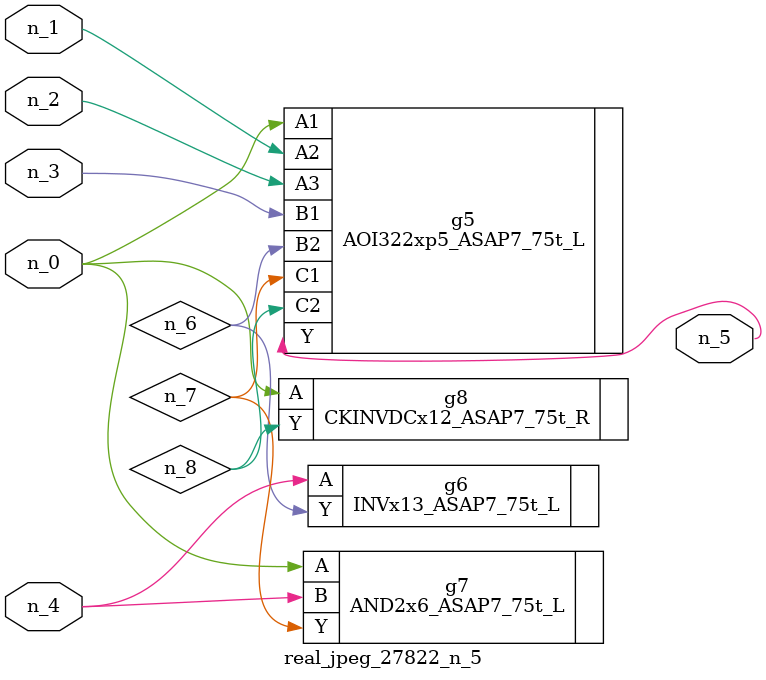
<source format=v>
module real_jpeg_27822_n_5 (n_4, n_0, n_1, n_2, n_3, n_5);

input n_4;
input n_0;
input n_1;
input n_2;
input n_3;

output n_5;

wire n_8;
wire n_6;
wire n_7;

AOI322xp5_ASAP7_75t_L g5 ( 
.A1(n_0),
.A2(n_1),
.A3(n_2),
.B1(n_3),
.B2(n_6),
.C1(n_7),
.C2(n_8),
.Y(n_5)
);

AND2x6_ASAP7_75t_L g7 ( 
.A(n_0),
.B(n_4),
.Y(n_7)
);

CKINVDCx12_ASAP7_75t_R g8 ( 
.A(n_0),
.Y(n_8)
);

INVx13_ASAP7_75t_L g6 ( 
.A(n_4),
.Y(n_6)
);


endmodule
</source>
